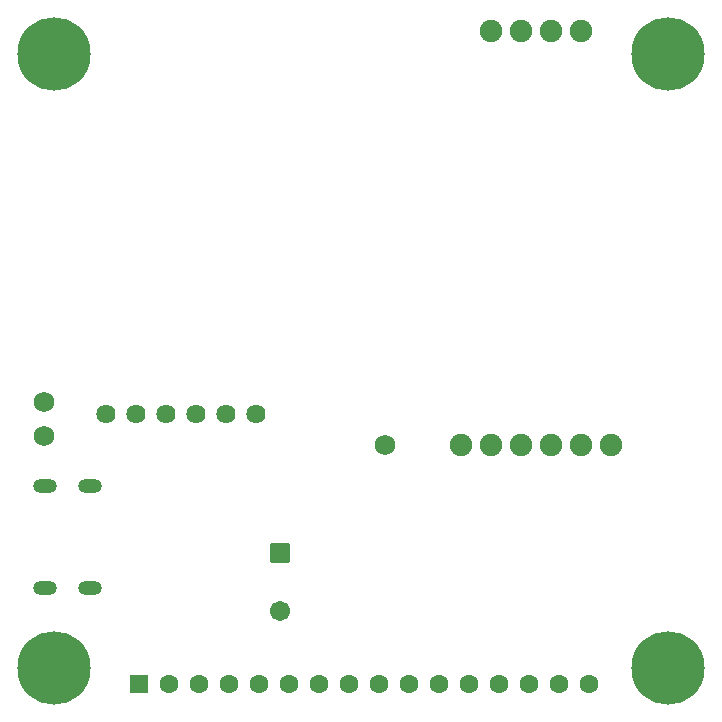
<source format=gbs>
G04 Layer: BottomSolderMaskLayer*
G04 EasyEDA v6.5.42, 2024-06-29 11:35:46*
G04 3b8aa43405674a7c8d552062a6d3ea0b,8e72fd04a6c14d66a7e837eb9aaabff2,10*
G04 Gerber Generator version 0.2*
G04 Scale: 100 percent, Rotated: No, Reflected: No *
G04 Dimensions in millimeters *
G04 leading zeros omitted , absolute positions ,4 integer and 5 decimal *
%FSLAX45Y45*%
%MOMM*%

%AMMACRO1*1,1,$1,$2,$3*1,1,$1,$4,$5*1,1,$1,0-$2,0-$3*1,1,$1,0-$4,0-$5*20,1,$1,$2,$3,$4,$5,0*20,1,$1,$4,$5,0-$2,0-$3,0*20,1,$1,0-$2,0-$3,0-$4,0-$5,0*20,1,$1,0-$4,0-$5,$2,$3,0*4,1,4,$2,$3,$4,$5,0-$2,0-$3,0-$4,0-$5,$2,$3,0*%
%ADD10C,1.7272*%
%ADD11MACRO1,0.2032X0.75X0.75X0.75X-0.75*%
%ADD12C,1.7032*%
%ADD13C,1.6256*%
%ADD14C,1.9032*%
%ADD15MACRO1,0.1016X-0.7499X0.7499X0.7499X0.7499*%
%ADD16C,1.6015*%
%ADD17O,2.0015962000000003X1.2015978000000003*%
%ADD18C,6.2032*%

%LPD*%
D10*
G01*
X3200400Y2286000D03*
D11*
G01*
X2311398Y1374138D03*
D12*
G01*
X2311400Y886460D03*
D10*
G01*
X317500Y2362200D03*
G01*
X317500Y2654300D03*
D13*
G01*
X838200Y2552700D03*
G01*
X1092200Y2552700D03*
G01*
X1346200Y2552700D03*
G01*
X1600200Y2552700D03*
G01*
X1854200Y2552700D03*
G01*
X2108200Y2552700D03*
D14*
G01*
X3848100Y2286000D03*
G01*
X4102100Y2286000D03*
G01*
X4356100Y2286000D03*
G01*
X4610100Y2286000D03*
G01*
X4864100Y2286000D03*
G01*
X5118100Y2286000D03*
G01*
X4102100Y5791200D03*
G01*
X4356100Y5791200D03*
G01*
X4610100Y5791200D03*
G01*
X4864100Y5791200D03*
D15*
G01*
X1125296Y266700D03*
D16*
G01*
X1379296Y266700D03*
G01*
X1633296Y266700D03*
G01*
X1887296Y266700D03*
G01*
X2141296Y266700D03*
G01*
X2395296Y266700D03*
G01*
X2649296Y266700D03*
G01*
X2903296Y266700D03*
G01*
X3157296Y266700D03*
G01*
X3411296Y266700D03*
G01*
X3665296Y266700D03*
G01*
X3919296Y266700D03*
G01*
X4173296Y266700D03*
G01*
X4427296Y266700D03*
G01*
X4681296Y266700D03*
G01*
X4935296Y266700D03*
D17*
G01*
X324459Y1079296D03*
G01*
X324459Y1943277D03*
G01*
X704469Y1079296D03*
G01*
X704469Y1943277D03*
D18*
G01*
X399999Y5599988D03*
G01*
X399999Y399999D03*
G01*
X5599988Y399999D03*
G01*
X5599988Y5599988D03*
M02*

</source>
